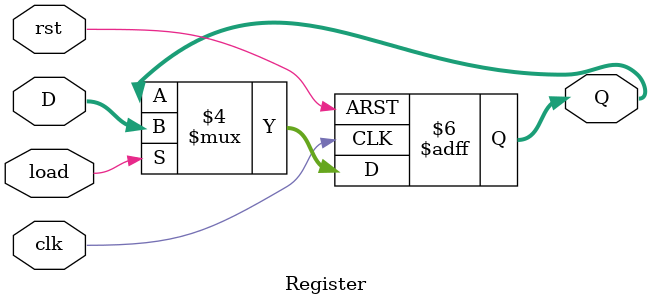
<source format=v>
module Register
#(parameter n=8)
(
 input clk,rst,load,
 input [n-1:0] D,
    output reg [n-1:0] Q
);
    always @(posedge clk or negedge rst ) begin
        if (rst==0) begin
            Q<=0;
        end
        else if (load==1) begin
            Q<=D;
        end
    end
endmodule
</source>
